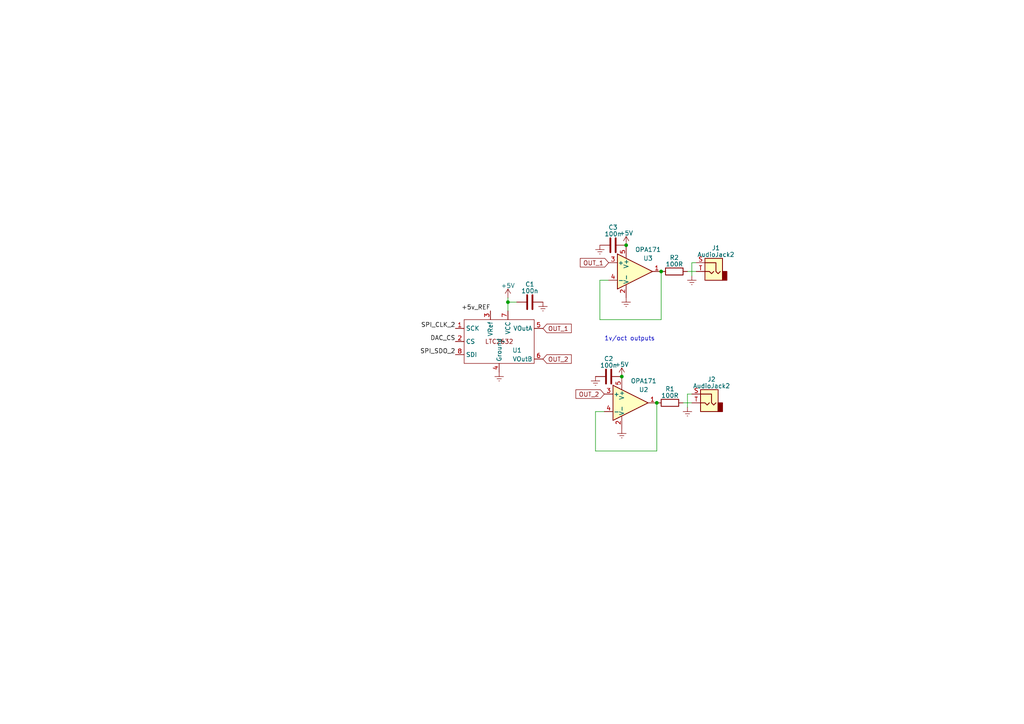
<source format=kicad_sch>
(kicad_sch (version 20230121) (generator eeschema)
  (paper "A4")
  (lib_symbols
    (symbol "+5V_2" (power) (pin_names (offset 0))
      (property "Value" "+5V_2" (at 0 3.556 0))
      (symbol "+5V_2_0_1"
        (polyline (pts (xy -0.762 1.27) (xy 0 2.54)))
        (polyline (pts (xy 0 0) (xy 0 2.54)))
        (polyline (pts (xy 0 2.54) (xy 0.762 1.27)))
      )
      (symbol "+5V_2_1_1"
        (pin power_in line (at 0 0 90) (length 0) hide (name "+5V") (number "1"))
      )
    )
    (symbol "Amplifier_Operational:OPA188xxDBV" (pin_names (offset 0.127))
      (property "Reference" "U" (at 0 5.08 0))
      (property "Value" "OPA188xxDBV" (at 0 -5.08 0))
      (symbol "OPA188xxDBV_0_1"
        (polyline (pts (xy -5.08 5.08) (xy 5.08 0) (xy -5.08 -5.08) (xy -5.08 5.08)) (stroke (width 0.254)) (fill (type background)))
        (pin power_in line (at -2.54 -7.62 90) (length 3.81) (name "V-") (number "2"))
        (pin power_in line (at -2.54 7.62 270) (length 3.81) (name "V+") (number "5"))
      )
      (symbol "OPA188xxDBV_1_1"
        (pin output line (at 7.62 0 180) (length 2.54) (name "~") (number "1"))
        (pin input line (at -7.62 2.54 0) (length 2.54) (name "+") (number "3"))
        (pin input line (at -7.62 -2.54 0) (length 2.54) (name "-") (number "4"))
      )
    )
    (symbol "Connector_Audio:AudioJack2"
      (property "Reference" "J" (at 0 8.89 0))
      (property "Value" "AudioJack2" (at 0 6.35 0))
      (symbol "AudioJack2_0_1"
        (rectangle (start -3.81 0) (end -2.54 -2.54) (stroke (width 0.254)) (fill (type outline)))
        (rectangle (start -2.54 3.81) (end 2.54 -2.54) (stroke (width 0.254)) (fill (type background)))
        (polyline (pts (xy 0 0) (xy 0.635 -0.635) (xy 1.27 0) (xy 2.54 0)) (stroke (width 0.254)))
        (polyline (pts (xy 2.54 2.54) (xy -0.635 2.54) (xy -0.635 0) (xy -1.27 -0.635) (xy -1.905 0)) (stroke (width 0.254)))
      )
      (symbol "AudioJack2_1_1"
        (pin passive line (at 5.08 2.54 180) (length 2.54) (name "~") (number "S"))
        (pin passive line (at 5.08 0 180) (length 2.54) (name "~") (number "T"))
      )
    )
    (symbol "Device:C" (pin_numbers hide) (pin_names (offset 0.254))
      (property "Reference" "C" (at 0.635 2.54 0))
      (property "Value" "C" (at 0.635 -2.54 0))
      (symbol "C_0_1"
        (polyline (pts (xy -2.032 -0.762) (xy 2.032 -0.762)) (stroke (width 0.508)))
        (polyline (pts (xy -2.032 0.762) (xy 2.032 0.762)) (stroke (width 0.508)))
      )
      (symbol "C_1_1"
        (pin passive line (at 0 3.81 270) (length 2.794) (name "~") (number "1"))
        (pin passive line (at 0 -3.81 90) (length 2.794) (name "~") (number "2"))
      )
    )
    (symbol "Device:R" (pin_numbers hide) (pin_names (offset 0))
      (property "Reference" "R" (at 2.032 0 90))
      (property "Value" "R" (at 0 0 90))
      (symbol "R_0_1"
        (rectangle (start -1.016 -2.54) (end 1.016 2.54) (stroke (width 0.254)))
      )
      (symbol "R_1_1"
        (pin passive line (at 0 3.81 270) (length 1.27) (name "~") (number "1"))
        (pin passive line (at 0 -3.81 90) (length 1.27) (name "~") (number "2"))
      )
    )
    (symbol "Divergent Waves:LTC2632"
      (property "Reference" "U" (at 5.08 -2.54 0))
      (symbol "LTC2632_0_1"
        (rectangle (start -10.16 6.35) (end 10.16 -6.35))
      )
      (symbol "LTC2632_1_1"
        (text "LTC2632" (at 0 0 0) (effects (font (size 1.27 1.27))))
        (pin input line (at -12.7 3.81 0) (length 2.54) (name "SCK") (number "1"))
        (pin input line (at -12.7 0 0) (length 2.54) (name "CS") (number "2"))
        (pin input line (at -2.54 8.89 270) (length 2.54) (name "VRef") (number "3"))
        (pin power_out line (at 0 -8.89 90) (length 2.54) (name "Ground") (number "4"))
        (pin output line (at 12.7 3.81 180) (length 2.54) (name "VOutA") (number "5"))
        (pin output line (at 12.7 -5.08 180) (length 2.54) (name "VOutB") (number "6"))
        (pin power_in line (at 2.54 8.89 270) (length 2.54) (name "VCC") (number "7"))
        (pin input line (at -12.7 -3.81 0) (length 2.54) (name "SDI") (number "8"))
      )
    )
    (symbol "Earth_1" (power) (pin_names (offset 0))
      (symbol "Earth_1_0_1"
        (polyline (pts (xy -0.635 -1.905) (xy 0.635 -1.905)))
        (polyline (pts (xy -0.127 -2.54) (xy 0.127 -2.54)))
        (polyline (pts (xy 0 -1.27) (xy 0 0)))
        (polyline (pts (xy 1.27 -1.27) (xy -1.27 -1.27)))
      )
      (symbol "Earth_1_1_1"
        (pin power_in line (at 0 0 270) (length 0) hide (name "Earth") (number "1"))
      )
    )
    (symbol "Earth_2" (power) (pin_names (offset 0))
      (symbol "Earth_2_0_1"
        (polyline (pts (xy -0.635 -1.905) (xy 0.635 -1.905)))
        (polyline (pts (xy -0.127 -2.54) (xy 0.127 -2.54)))
        (polyline (pts (xy 0 -1.27) (xy 0 0)))
        (polyline (pts (xy 1.27 -1.27) (xy -1.27 -1.27)))
      )
      (symbol "Earth_2_1_1"
        (pin power_in line (at 0 0 270) (length 0) hide (name "Earth") (number "1"))
      )
    )
    (symbol "Earth_3" (power) (pin_names (offset 0))
      (symbol "Earth_3_0_1"
        (polyline (pts (xy -0.635 -1.905) (xy 0.635 -1.905)))
        (polyline (pts (xy -0.127 -2.54) (xy 0.127 -2.54)))
        (polyline (pts (xy 0 -1.27) (xy 0 0)))
        (polyline (pts (xy 1.27 -1.27) (xy -1.27 -1.27)))
      )
      (symbol "Earth_3_1_1"
        (pin power_in line (at 0 0 270) (length 0) hide (name "Earth") (number "1"))
      )
    )
    (symbol "Earth_4" (power) (pin_names (offset 0))
      (symbol "Earth_4_0_1"
        (polyline (pts (xy -0.635 -1.905) (xy 0.635 -1.905)))
        (polyline (pts (xy -0.127 -2.54) (xy 0.127 -2.54)))
        (polyline (pts (xy 0 -1.27) (xy 0 0)))
        (polyline (pts (xy 1.27 -1.27) (xy -1.27 -1.27)))
      )
      (symbol "Earth_4_1_1"
        (pin power_in line (at 0 0 270) (length 0) hide (name "Earth") (number "1"))
      )
    )
    (symbol "power:+5V" (power) (pin_names (offset 0))
      (property "Value" "+5V" (at 0 3.556 0))
      (symbol "+5V_0_1"
        (polyline (pts (xy -0.762 1.27) (xy 0 2.54)))
        (polyline (pts (xy 0 0) (xy 0 2.54)))
        (polyline (pts (xy 0 2.54) (xy 0.762 1.27)))
      )
      (symbol "+5V_1_1"
        (pin power_in line (at 0 0 90) (length 0) hide (name "+5V") (number "1"))
      )
    )
    (symbol "power:Earth" (power) (pin_names (offset 0))
      (symbol "Earth_0_1"
        (polyline (pts (xy -0.635 -1.905) (xy 0.635 -1.905)))
        (polyline (pts (xy -0.127 -2.54) (xy 0.127 -2.54)))
        (polyline (pts (xy 0 -1.27) (xy 0 0)))
        (polyline (pts (xy 1.27 -1.27) (xy -1.27 -1.27)))
      )
      (symbol "Earth_1_1"
        (pin power_in line (at 0 0 270) (length 0) hide (name "Earth") (number "1"))
      )
    )
  )
  (junction (at 147.32 87.63))
  (junction (at 181.61 71.12))
  (junction (at 191.77 78.74))
  (junction (at 190.5 116.84))
  (junction (at 180.34 109.22))
  (wire (pts (xy 191.77 78.74) (xy 191.77 92.71)))
  (wire (pts (xy 147.32 86.36) (xy 147.32 87.63)))
  (wire (pts (xy 147.32 87.63) (xy 147.32 90.17)))
  (wire (pts (xy 172.72 119.38) (xy 175.26 119.38)))
  (wire (pts (xy 172.72 130.81) (xy 172.72 119.38)))
  (wire (pts (xy 199.39 118.11) (xy 199.39 114.3)))
  (wire (pts (xy 173.99 81.28) (xy 176.53 81.28)))
  (wire (pts (xy 200.66 80.01) (xy 200.66 76.2)))
  (wire (pts (xy 190.5 116.84) (xy 190.5 130.81)))
  (wire (pts (xy 173.99 92.71) (xy 173.99 81.28)))
  (wire (pts (xy 199.39 78.74) (xy 201.93 78.74)))
  (wire (pts (xy 173.99 92.71) (xy 191.77 92.71)))
  (wire (pts (xy 198.12 116.84) (xy 200.66 116.84)))
  (wire (pts (xy 199.39 114.3) (xy 200.66 114.3)))
  (wire (pts (xy 200.66 76.2) (xy 201.93 76.2)))
  (wire (pts (xy 172.72 130.81) (xy 190.5 130.81)))
  (wire (pts (xy 147.32 87.63) (xy 149.86 87.63)))
  (text "1v/oct outputs" (at 175.26 99.06 0) (effects (font (size 1.27 1.27)) (justify left bottom)))
  (label "SPI_CLK_2" (at 132.08 95.25 180))
  (label "+5v_REF" (at 142.24 90.17 180))
  (label "DAC_CS" (at 132.08 99.06 180))
  (label "SPI_SDO_2" (at 132.08 102.87 180))
  (global_label "OUT_1" (shape input) (at 176.53 76.2 180) (property "Intersheetrefs" "${INTERSHEET_REFS}" (effects hide)))
  (global_label "OUT_2" (shape input) (at 157.48 104.14 0) (property "Intersheetrefs" "${INTERSHEET_REFS}" (effects hide)))
  (global_label "OUT_2" (shape input) (at 175.26 114.3 180) (property "Intersheetrefs" "${INTERSHEET_REFS}" (effects hide)))
  (global_label "OUT_1" (shape input) (at 157.48 95.25 0) (property "Intersheetrefs" "${INTERSHEET_REFS}" (effects hide)))
  (symbol (lib_id "Device:R") (at 194.31 116.84 90) (unit 1)
    (property "Reference" "R1" (at 194.31 112.8141 90))
    (property "Value" "100R" (at 194.31 114.7351 90))
    (property "Footprint" "Resistor_SMD:R_0603_1608Metric" (effects hide))
  )
  (symbol (lib_id "power:Earth") (at 199.39 118.11 0) (mirror y) (unit 1)
    (property "Reference" "#PWR011" (effects hide))
    (property "Value" "Earth" (effects hide))
  )
  (symbol (lib_id "Amplifier_Operational:OPA188xxDBV") (at 182.88 116.84 0) (unit 1)
    (property "Reference" "U2" (at 186.69 113.03 0))
    (property "Value" "OPA171" (at 186.69 110.49 0))
    (property "Footprint" "Package_TO_SOT_SMD:TSOT-23-5" (effects hide))
    (property "Datasheet" "http://www.ti.com/lit/ds/symlink/opa188.pdf" (effects hide))
  )
  (symbol (lib_id "Divergent Waves:LTC2632") (at 144.78 99.06 0) (unit 1)
    (property "Reference" "U1" (at 148.59 101.6 0) (effects (justify left)))
    (property "Value" "~" (at 146.05 99.06 0))
    (property "Footprint" "Package_TO_SOT_SMD:TSOT-23-8_HandSoldering" (effects hide))
  )
  (symbol (lib_id "Device:C") (at 176.53 109.22 90) (unit 1)
    (property "Reference" "C2" (at 176.53 104.0511 90))
    (property "Value" "100n" (at 176.53 105.9721 90))
    (property "Footprint" "Capacitor_SMD:C_0603_1608Metric" (effects hide))
  )
  (symbol (lib_name "Earth_4") (lib_id "power:Earth") (at 144.78 107.95 0) (unit 1)
    (property "Reference" "#PWR01" (effects hide))
    (property "Value" "Earth" (effects hide))
  )
  (symbol (lib_name "Earth_3") (lib_id "power:Earth") (at 172.72 109.22 0) (unit 1)
    (property "Reference" "#PWR04" (effects hide))
    (property "Value" "Earth" (effects hide))
  )
  (symbol (lib_id "Connector_Audio:AudioJack2") (at 205.74 116.84 0) (mirror y) (unit 1)
    (property "Reference" "J2" (at 206.375 110.0201 0))
    (property "Value" "AudioJack2" (at 206.375 111.9411 0))
    (property "Footprint" "Connector_Audio:Jack_3.5mm_QingPu_WQP-PJ398SM_Vertical_CircularHoles" (effects hide))
  )
  (symbol (lib_name "Earth_1") (lib_id "power:Earth") (at 181.61 86.36 0) (unit 1)
    (property "Reference" "#PWR09" (effects hide))
    (property "Value" "Earth" (effects hide))
  )
  (symbol (lib_name "Earth_2") (lib_id "power:Earth") (at 157.48 87.63 0) (unit 1)
    (property "Reference" "#PWR03" (effects hide))
    (property "Value" "Earth" (effects hide))
  )
  (symbol (lib_id "power:+5V") (at 180.34 109.22 0) (unit 1)
    (property "Reference" "#PWR06" (effects hide))
    (property "Value" "+5V" (at 180.34 105.7181 0))
  )
  (symbol (lib_id "Device:C") (at 177.8 71.12 90) (unit 1)
    (property "Reference" "C3" (at 177.8 65.9511 90))
    (property "Value" "100n" (at 177.8 67.8721 90))
    (property "Footprint" "Capacitor_SMD:C_0603_1608Metric" (effects hide))
  )
  (symbol (lib_id "Device:R") (at 195.58 78.74 90) (unit 1)
    (property "Reference" "R2" (at 195.58 74.7141 90))
    (property "Value" "100R" (at 195.58 76.6351 90))
    (property "Footprint" "Resistor_SMD:R_0603_1608Metric" (effects hide))
  )
  (symbol (lib_id "Device:C") (at 153.67 87.63 90) (unit 1)
    (property "Reference" "C1" (at 153.67 82.4611 90))
    (property "Value" "100n" (at 153.67 84.3821 90))
    (property "Footprint" "Capacitor_SMD:C_0603_1608Metric" (effects hide))
  )
  (symbol (lib_id "Connector_Audio:AudioJack2") (at 207.01 78.74 0) (mirror y) (unit 1)
    (property "Reference" "J1" (at 207.645 71.9201 0))
    (property "Value" "AudioJack2" (at 207.645 73.8411 0))
    (property "Footprint" "Connector_Audio:Jack_3.5mm_QingPu_WQP-PJ398SM_Vertical_CircularHoles" (effects hide))
  )
  (symbol (lib_name "Earth_3") (lib_id "power:Earth") (at 173.99 71.12 0) (unit 1)
    (property "Reference" "#PWR05" (effects hide))
    (property "Value" "Earth" (effects hide))
  )
  (symbol (lib_id "power:+5V") (at 181.61 71.12 0) (unit 1)
    (property "Reference" "#PWR08" (effects hide))
    (property "Value" "+5V" (at 181.61 67.6181 0))
  )
  (symbol (lib_name "Earth_1") (lib_id "power:Earth") (at 180.34 124.46 0) (unit 1)
    (property "Reference" "#PWR07" (effects hide))
    (property "Value" "Earth" (effects hide))
  )
  (symbol (lib_id "Amplifier_Operational:OPA188xxDBV") (at 184.15 78.74 0) (unit 1)
    (property "Reference" "U3" (at 187.96 74.93 0))
    (property "Value" "OPA171" (at 187.96 72.39 0))
    (property "Footprint" "Package_TO_SOT_SMD:TSOT-23-5" (effects hide))
    (property "Datasheet" "http://www.ti.com/lit/ds/symlink/opa188.pdf" (effects hide))
  )
  (symbol (lib_id "power:Earth") (at 200.66 80.01 0) (mirror y) (unit 1)
    (property "Reference" "#PWR010" (effects hide))
    (property "Value" "Earth" (effects hide))
  )
  (symbol (lib_name "+5V_2") (lib_id "power:+5V") (at 147.32 86.36 0) (unit 1)
    (property "Reference" "#PWR02" (effects hide))
    (property "Value" "+5V" (at 147.32 82.8581 0))
  )
)
</source>
